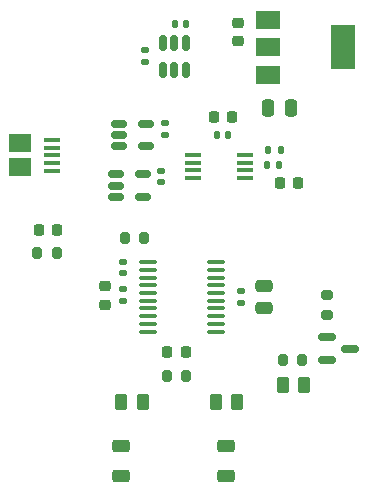
<source format=gbr>
G04 #@! TF.GenerationSoftware,KiCad,Pcbnew,7.0.8*
G04 #@! TF.CreationDate,2024-01-21T00:56:49-07:00*
G04 #@! TF.ProjectId,lapbeacon,6c617062-6561-4636-9f6e-2e6b69636164,v1*
G04 #@! TF.SameCoordinates,Original*
G04 #@! TF.FileFunction,Paste,Top*
G04 #@! TF.FilePolarity,Positive*
%FSLAX46Y46*%
G04 Gerber Fmt 4.6, Leading zero omitted, Abs format (unit mm)*
G04 Created by KiCad (PCBNEW 7.0.8) date 2024-01-21 00:56:49*
%MOMM*%
%LPD*%
G01*
G04 APERTURE LIST*
G04 Aperture macros list*
%AMRoundRect*
0 Rectangle with rounded corners*
0 $1 Rounding radius*
0 $2 $3 $4 $5 $6 $7 $8 $9 X,Y pos of 4 corners*
0 Add a 4 corners polygon primitive as box body*
4,1,4,$2,$3,$4,$5,$6,$7,$8,$9,$2,$3,0*
0 Add four circle primitives for the rounded corners*
1,1,$1+$1,$2,$3*
1,1,$1+$1,$4,$5*
1,1,$1+$1,$6,$7*
1,1,$1+$1,$8,$9*
0 Add four rect primitives between the rounded corners*
20,1,$1+$1,$2,$3,$4,$5,0*
20,1,$1+$1,$4,$5,$6,$7,0*
20,1,$1+$1,$6,$7,$8,$9,0*
20,1,$1+$1,$8,$9,$2,$3,0*%
G04 Aperture macros list end*
%ADD10RoundRect,0.140000X0.140000X0.170000X-0.140000X0.170000X-0.140000X-0.170000X0.140000X-0.170000X0*%
%ADD11RoundRect,0.200000X0.200000X0.275000X-0.200000X0.275000X-0.200000X-0.275000X0.200000X-0.275000X0*%
%ADD12RoundRect,0.275000X-0.475000X0.275000X-0.475000X-0.275000X0.475000X-0.275000X0.475000X0.275000X0*%
%ADD13RoundRect,0.150000X-0.512500X-0.150000X0.512500X-0.150000X0.512500X0.150000X-0.512500X0.150000X0*%
%ADD14R,1.450000X0.450000*%
%ADD15RoundRect,0.250000X0.262500X0.450000X-0.262500X0.450000X-0.262500X-0.450000X0.262500X-0.450000X0*%
%ADD16RoundRect,0.150000X-0.587500X-0.150000X0.587500X-0.150000X0.587500X0.150000X-0.587500X0.150000X0*%
%ADD17RoundRect,0.140000X-0.140000X-0.170000X0.140000X-0.170000X0.140000X0.170000X-0.140000X0.170000X0*%
%ADD18RoundRect,0.200000X-0.200000X-0.275000X0.200000X-0.275000X0.200000X0.275000X-0.200000X0.275000X0*%
%ADD19RoundRect,0.135000X0.135000X0.185000X-0.135000X0.185000X-0.135000X-0.185000X0.135000X-0.185000X0*%
%ADD20R,2.000000X1.500000*%
%ADD21R,2.000000X3.800000*%
%ADD22RoundRect,0.218750X0.218750X0.256250X-0.218750X0.256250X-0.218750X-0.256250X0.218750X-0.256250X0*%
%ADD23RoundRect,0.140000X-0.170000X0.140000X-0.170000X-0.140000X0.170000X-0.140000X0.170000X0.140000X0*%
%ADD24RoundRect,0.225000X-0.225000X-0.250000X0.225000X-0.250000X0.225000X0.250000X-0.225000X0.250000X0*%
%ADD25RoundRect,0.100000X-0.637500X-0.100000X0.637500X-0.100000X0.637500X0.100000X-0.637500X0.100000X0*%
%ADD26RoundRect,0.200000X-0.275000X0.200000X-0.275000X-0.200000X0.275000X-0.200000X0.275000X0.200000X0*%
%ADD27RoundRect,0.225000X-0.250000X0.225000X-0.250000X-0.225000X0.250000X-0.225000X0.250000X0.225000X0*%
%ADD28RoundRect,0.218750X-0.218750X-0.256250X0.218750X-0.256250X0.218750X0.256250X-0.218750X0.256250X0*%
%ADD29RoundRect,0.135000X-0.185000X0.135000X-0.185000X-0.135000X0.185000X-0.135000X0.185000X0.135000X0*%
%ADD30RoundRect,0.250000X-0.475000X0.250000X-0.475000X-0.250000X0.475000X-0.250000X0.475000X0.250000X0*%
%ADD31RoundRect,0.225000X0.225000X0.250000X-0.225000X0.250000X-0.225000X-0.250000X0.225000X-0.250000X0*%
%ADD32RoundRect,0.250000X-0.250000X-0.475000X0.250000X-0.475000X0.250000X0.475000X-0.250000X0.475000X0*%
%ADD33RoundRect,0.250000X-0.262500X-0.450000X0.262500X-0.450000X0.262500X0.450000X-0.262500X0.450000X0*%
%ADD34RoundRect,0.150000X0.150000X-0.512500X0.150000X0.512500X-0.150000X0.512500X-0.150000X-0.512500X0*%
%ADD35R,1.350000X0.400000*%
%ADD36R,1.900000X1.500000*%
G04 APERTURE END LIST*
D10*
X151680000Y-104900000D03*
X150720000Y-104900000D03*
D11*
X144555000Y-113635000D03*
X142905000Y-113635000D03*
X148125000Y-125300000D03*
X146475000Y-125300000D03*
D12*
X142550000Y-131230000D03*
X142550000Y-133770000D03*
X151450000Y-133770000D03*
X151450000Y-131230000D03*
D13*
X142142500Y-108250000D03*
X142142500Y-109200000D03*
X142142500Y-110150000D03*
X144417500Y-110150000D03*
X144417500Y-108250000D03*
D14*
X148680000Y-106625000D03*
X148680000Y-107275000D03*
X148680000Y-107925000D03*
X148680000Y-108575000D03*
X153080000Y-108575000D03*
X153080000Y-107925000D03*
X153080000Y-107275000D03*
X153080000Y-106625000D03*
D15*
X158112500Y-126100000D03*
X156287500Y-126100000D03*
D16*
X160062500Y-122050000D03*
X160062500Y-123950000D03*
X161937500Y-123000000D03*
D17*
X147120000Y-95500000D03*
X148080000Y-95500000D03*
D18*
X135475000Y-114900000D03*
X137125000Y-114900000D03*
D19*
X155990000Y-107500000D03*
X154970000Y-107500000D03*
D20*
X155050000Y-95200000D03*
X155050000Y-97500000D03*
D21*
X161350000Y-97500000D03*
D20*
X155050000Y-99800000D03*
D22*
X148072500Y-123300000D03*
X146497500Y-123300000D03*
D23*
X145980000Y-107970000D03*
X145980000Y-108930000D03*
D24*
X156025000Y-109000000D03*
X157575000Y-109000000D03*
D18*
X156275000Y-124000000D03*
X157925000Y-124000000D03*
D25*
X144867500Y-115710000D03*
X144867500Y-116360000D03*
X144867500Y-117010000D03*
X144867500Y-117660000D03*
X144867500Y-118310000D03*
X144867500Y-118960000D03*
X144867500Y-119610000D03*
X144867500Y-120260000D03*
X144867500Y-120910000D03*
X144867500Y-121560000D03*
X150592500Y-121560000D03*
X150592500Y-120910000D03*
X150592500Y-120260000D03*
X150592500Y-119610000D03*
X150592500Y-118960000D03*
X150592500Y-118310000D03*
X150592500Y-117660000D03*
X150592500Y-117010000D03*
X150592500Y-116360000D03*
X150592500Y-115710000D03*
D26*
X160000000Y-118485000D03*
X160000000Y-120135000D03*
D27*
X141230000Y-117725000D03*
X141230000Y-119275000D03*
X152500000Y-95425000D03*
X152500000Y-96975000D03*
D23*
X152730000Y-118155000D03*
X152730000Y-119115000D03*
D28*
X135612500Y-113000000D03*
X137187500Y-113000000D03*
D29*
X144600000Y-97690000D03*
X144600000Y-98710000D03*
D23*
X142730000Y-118000000D03*
X142730000Y-118960000D03*
X146280000Y-103920000D03*
X146280000Y-104880000D03*
D19*
X156090000Y-106200000D03*
X155070000Y-106200000D03*
D23*
X142730000Y-115655000D03*
X142730000Y-116615000D03*
D30*
X154730000Y-117685000D03*
X154730000Y-119585000D03*
D31*
X151975000Y-103400000D03*
X150425000Y-103400000D03*
D32*
X155050000Y-102600000D03*
X156950000Y-102600000D03*
D33*
X150587500Y-127500000D03*
X152412500Y-127500000D03*
D15*
X144412500Y-127500000D03*
X142587500Y-127500000D03*
D34*
X146150000Y-99437500D03*
X147100000Y-99437500D03*
X148050000Y-99437500D03*
X148050000Y-97162500D03*
X147100000Y-97162500D03*
X146150000Y-97162500D03*
D13*
X142442500Y-103950000D03*
X142442500Y-104900000D03*
X142442500Y-105850000D03*
X144717500Y-105850000D03*
X144717500Y-103950000D03*
D35*
X136730000Y-105335000D03*
X136730000Y-105985000D03*
X136730000Y-106635000D03*
X136730000Y-107285000D03*
X136730000Y-107935000D03*
D36*
X134030000Y-105635000D03*
X134030000Y-107635000D03*
M02*

</source>
